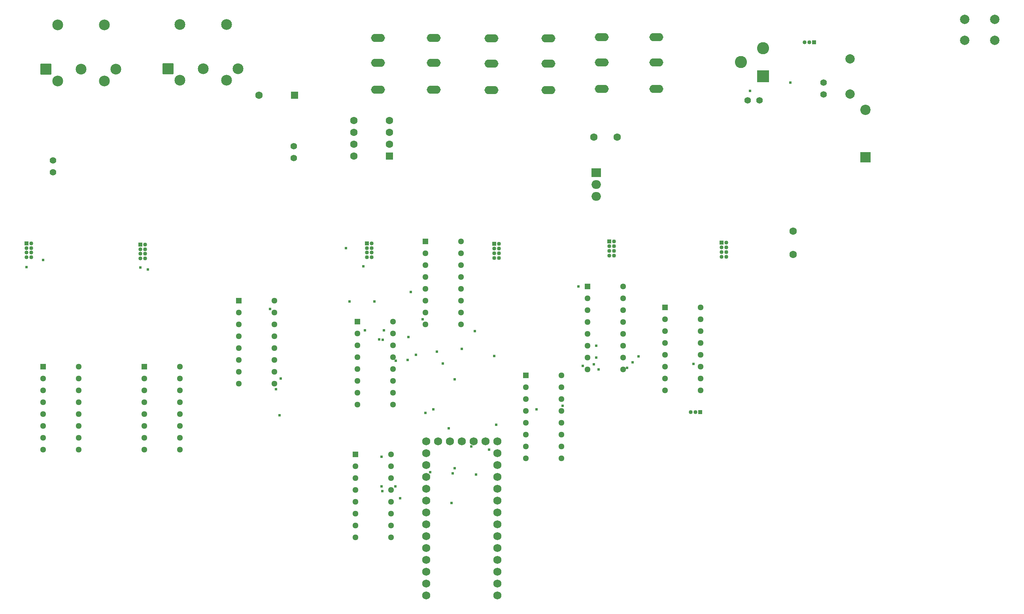
<source format=gbs>
G04 Layer: BottomSolderMaskLayer*
G04 EasyEDA Pro v2.2.35.2, 2025-01-29 23:55:14*
G04 Gerber Generator version 0.3*
G04 Scale: 100 percent, Rotated: No, Reflected: No*
G04 Dimensions in millimeters*
G04 Leading zeros omitted, absolute positions, 4 integers and 5 decimals*
%FSLAX45Y45*%
%MOMM*%
%AMRoundRect*1,1,$1,$2,$3*1,1,$1,$4,$5*1,1,$1,0-$2,0-$3*1,1,$1,0-$4,0-$5*20,1,$1,$2,$3,$4,$5,0*20,1,$1,$4,$5,0-$2,0-$3,0*20,1,$1,0-$2,0-$3,0-$4,0-$5,0*20,1,$1,0-$4,0-$5,$2,$3,0*4,1,4,$2,$3,$4,$5,0-$2,0-$3,0-$4,0-$5,$2,$3,0*%
%ADD10C,2.0*%
%ADD11O,3.008X1.708*%
%ADD12R,1.2954X1.2954*%
%ADD13C,1.2954*%
%ADD14C,1.6*%
%ADD15C,1.4*%
%ADD16R,2.2X2.2*%
%ADD17C,2.2*%
%ADD18R,1.6X1.6*%
%ADD19R,2.6X2.6*%
%ADD20C,2.6*%
%ADD21C,1.734*%
%ADD22RoundRect,0.1874X1.0583X-1.0583X-1.0583X-1.0583*%
%ADD23C,2.304*%
%ADD24R,1.6X1.6*%
%ADD25R,2.0X1.905*%
%ADD26O,2.0X1.905*%
%ADD27R,0.85X0.85*%
%ADD28C,0.85*%
%ADD29R,0.85X0.85*%
%ADD30C,0.61*%
G75*


G04 Pad Start*
G54D10*
G01X21020800Y-266700D03*
G01X20370800Y-266700D03*
G01X21020800Y-716700D03*
G01X20370800Y-716700D03*
G54D11*
G01X10236200Y-676300D03*
G01X10236200Y-1216300D03*
G01X10236200Y-1786300D03*
G54D12*
G01X7327900Y-9588500D03*
G54D13*
G01X7327900Y-9842500D03*
G01X7327900Y-10096500D03*
G01X7327900Y-10350500D03*
G01X7327900Y-10604500D03*
G01X7327900Y-10858500D03*
G01X7327900Y-11112500D03*
G01X7327900Y-11366500D03*
G01X8089900Y-11366500D03*
G01X8089900Y-11112500D03*
G01X8089900Y-10858500D03*
G01X8089900Y-10604500D03*
G01X8089900Y-10350500D03*
G01X8089900Y-10096500D03*
G01X8089900Y-9842500D03*
G01X8089900Y-9588500D03*
G54D10*
G01X17919700Y-1117600D03*
G01X17919700Y-1867600D03*
G54D14*
G01X12928600Y-2794000D03*
G01X12428600Y-2794000D03*
G01X16700500Y-5308600D03*
G01X16700500Y-4808600D03*
G54D15*
G01X6007100Y-3238500D03*
G01X6007100Y-2984500D03*
G54D16*
G01X18249900Y-3225800D03*
G54D17*
G01X18249900Y-2209800D03*
G54D18*
G01X6019800Y-1892300D03*
G54D14*
G01X5257800Y-1892300D03*
G54D19*
G01X16052800Y-1485900D03*
G54D20*
G01X16052800Y-885900D03*
G01X15582800Y-1185900D03*
G54D21*
G01X10363200Y-12357100D03*
G01X10363200Y-12103100D03*
G01X10363200Y-11849100D03*
G01X10363200Y-11595100D03*
G01X9855200Y-9309100D03*
G01X8839200Y-12103100D03*
G01X10363200Y-11341100D03*
G01X10363200Y-11087100D03*
G01X10363200Y-10833100D03*
G01X10363200Y-10579100D03*
G01X10363200Y-10325100D03*
G01X10363200Y-10071100D03*
G01X10363200Y-9817100D03*
G01X10363200Y-9563100D03*
G01X10363200Y-9309100D03*
G01X8839200Y-9309100D03*
G01X8839200Y-9563100D03*
G01X8839200Y-9817100D03*
G01X8839200Y-10071100D03*
G01X8839200Y-10325100D03*
G01X8839200Y-10579100D03*
G01X8839200Y-10833100D03*
G01X8839200Y-11087100D03*
G01X8839200Y-11341100D03*
G01X8839200Y-11595100D03*
G01X8839200Y-11849100D03*
G01X10363200Y-12611100D03*
G01X9601200Y-9309100D03*
G01X8839200Y-12357100D03*
G01X9093200Y-9309100D03*
G01X9347200Y-9309100D03*
G01X10109200Y-9309100D03*
G01X8839200Y-12611100D03*
G54D12*
G01X10972800Y-7899400D03*
G54D13*
G01X10972800Y-8153400D03*
G01X10972800Y-8407400D03*
G01X10972800Y-8661400D03*
G01X10972800Y-8915400D03*
G01X10972800Y-9169400D03*
G01X10972800Y-9423400D03*
G01X10972800Y-9677400D03*
G01X11734800Y-9677400D03*
G01X11734800Y-9423400D03*
G01X11734800Y-9169400D03*
G01X11734800Y-8915400D03*
G01X11734800Y-8661400D03*
G01X11734800Y-8407400D03*
G01X11734800Y-8153400D03*
G01X11734800Y-7899400D03*
G54D22*
G01X3314000Y-1325900D03*
G54D23*
G01X4064000Y-1325900D03*
G01X4814000Y-1325900D03*
G01X3564000Y-1575900D03*
G01X4564000Y-1575900D03*
G01X4564000Y-375900D03*
G01X3564000Y-375900D03*
G54D12*
G01X4826000Y-6299200D03*
G54D13*
G01X4826000Y-6553200D03*
G01X4826000Y-6807200D03*
G01X4826000Y-7061200D03*
G01X4826000Y-7315200D03*
G01X4826000Y-7569200D03*
G01X4826000Y-7823200D03*
G01X4826000Y-8077200D03*
G01X5588000Y-8077200D03*
G01X5588000Y-7823200D03*
G01X5588000Y-7569200D03*
G01X5588000Y-7315200D03*
G01X5588000Y-7061200D03*
G01X5588000Y-6807200D03*
G01X5588000Y-6553200D03*
G01X5588000Y-6299200D03*
G54D12*
G01X7366000Y-6743700D03*
G54D13*
G01X7366000Y-6997700D03*
G01X7366000Y-7251700D03*
G01X7366000Y-7505700D03*
G01X7366000Y-7759700D03*
G01X7366000Y-8013700D03*
G01X7366000Y-8267700D03*
G01X7366000Y-8521700D03*
G01X8128000Y-8521700D03*
G01X8128000Y-8267700D03*
G01X8128000Y-8013700D03*
G01X8128000Y-7759700D03*
G01X8128000Y-7505700D03*
G01X8128000Y-7251700D03*
G01X8128000Y-6997700D03*
G01X8128000Y-6743700D03*
G54D11*
G01X12598400Y-650900D03*
G01X12598400Y-1190900D03*
G01X12598400Y-1760900D03*
G54D12*
G01X2806700Y-7708900D03*
G54D13*
G01X2806700Y-7962900D03*
G01X2806700Y-8216900D03*
G01X2806700Y-8470900D03*
G01X2806700Y-8724900D03*
G01X2806700Y-8978900D03*
G01X2806700Y-9232900D03*
G01X2806700Y-9486900D03*
G01X3568700Y-9486900D03*
G01X3568700Y-9232900D03*
G01X3568700Y-8978900D03*
G01X3568700Y-8724900D03*
G01X3568700Y-8470900D03*
G01X3568700Y-8216900D03*
G01X3568700Y-7962900D03*
G01X3568700Y-7708900D03*
G54D11*
G01X13766800Y-650900D03*
G01X13766800Y-1190900D03*
G01X13766800Y-1760900D03*
G54D15*
G01X17348200Y-1625600D03*
G01X17348200Y-1879600D03*
G54D12*
G01X13957300Y-6438900D03*
G54D13*
G01X13957300Y-6692900D03*
G01X13957300Y-6946900D03*
G01X13957300Y-7200900D03*
G01X13957300Y-7454900D03*
G01X13957300Y-7708900D03*
G01X13957300Y-7962900D03*
G01X13957300Y-8216900D03*
G01X14719300Y-8216900D03*
G01X14719300Y-7962900D03*
G01X14719300Y-7708900D03*
G01X14719300Y-7454900D03*
G01X14719300Y-7200900D03*
G01X14719300Y-6946900D03*
G01X14719300Y-6692900D03*
G01X14719300Y-6438900D03*
G54D24*
G01X8051800Y-3200400D03*
G54D14*
G01X8051800Y-2946400D03*
G01X8051800Y-2692400D03*
G01X8051800Y-2438400D03*
G01X7289800Y-2438400D03*
G01X7289800Y-2692400D03*
G01X7289800Y-2946400D03*
G01X7289800Y-3200400D03*
G54D12*
G01X12293600Y-5994400D03*
G54D13*
G01X12293600Y-6248400D03*
G01X12293600Y-6502400D03*
G01X12293600Y-6756400D03*
G01X12293600Y-7010400D03*
G01X12293600Y-7264400D03*
G01X12293600Y-7518400D03*
G01X12293600Y-7772400D03*
G01X13055600Y-7772400D03*
G01X13055600Y-7518400D03*
G01X13055600Y-7264400D03*
G01X13055600Y-7010400D03*
G01X13055600Y-6756400D03*
G01X13055600Y-6502400D03*
G01X13055600Y-6248400D03*
G01X13055600Y-5994400D03*
G54D12*
G01X635000Y-7708900D03*
G54D13*
G01X635000Y-7962900D03*
G01X635000Y-8216900D03*
G01X635000Y-8470900D03*
G01X635000Y-8724900D03*
G01X635000Y-8978900D03*
G01X635000Y-9232900D03*
G01X635000Y-9486900D03*
G01X1397000Y-9486900D03*
G01X1397000Y-9232900D03*
G01X1397000Y-8978900D03*
G01X1397000Y-8724900D03*
G01X1397000Y-8470900D03*
G01X1397000Y-8216900D03*
G01X1397000Y-7962900D03*
G01X1397000Y-7708900D03*
G54D11*
G01X11455400Y-676300D03*
G01X11455400Y-1216300D03*
G01X11455400Y-1786300D03*
G54D12*
G01X8826500Y-5029200D03*
G54D13*
G01X8826500Y-5283200D03*
G01X8826500Y-5537200D03*
G01X8826500Y-5791200D03*
G01X8826500Y-6045200D03*
G01X8826500Y-6299200D03*
G01X8826500Y-6553200D03*
G01X8826500Y-6807200D03*
G01X9588500Y-6807200D03*
G01X9588500Y-6553200D03*
G01X9588500Y-6299200D03*
G01X9588500Y-6045200D03*
G01X9588500Y-5791200D03*
G01X9588500Y-5537200D03*
G01X9588500Y-5283200D03*
G01X9588500Y-5029200D03*
G54D22*
G01X697800Y-1338600D03*
G54D23*
G01X1447800Y-1338600D03*
G01X2197800Y-1338600D03*
G01X947800Y-1588600D03*
G01X1947800Y-1588600D03*
G01X1947800Y-388600D03*
G01X947800Y-388600D03*
G54D15*
G01X850900Y-3289300D03*
G01X850900Y-3543300D03*
G54D11*
G01X9004300Y-663600D03*
G01X9004300Y-1203600D03*
G01X9004300Y-1773600D03*
G54D25*
G01X12484100Y-3556000D03*
G54D26*
G01X12484100Y-3810000D03*
G01X12484100Y-4064000D03*
G54D11*
G01X7810500Y-663600D03*
G01X7810500Y-1203600D03*
G01X7810500Y-1773600D03*
G54D15*
G01X15722600Y-2006600D03*
G01X15976600Y-2006600D03*
G54D27*
G01X279400Y-5067300D03*
G54D28*
G01X379400Y-5067300D03*
G01X279400Y-5167300D03*
G01X379400Y-5167300D03*
G01X279400Y-5267300D03*
G01X379400Y-5267300D03*
G01X279400Y-5367300D03*
G01X379400Y-5367300D03*
G54D27*
G01X2717800Y-5092700D03*
G54D28*
G01X2817800Y-5092700D03*
G01X2717800Y-5192700D03*
G01X2817800Y-5192700D03*
G01X2717800Y-5292700D03*
G01X2817800Y-5292700D03*
G01X2717800Y-5392700D03*
G01X2817800Y-5392700D03*
G54D27*
G01X7569200Y-5067300D03*
G54D28*
G01X7669200Y-5067300D03*
G01X7569200Y-5167300D03*
G01X7669200Y-5167300D03*
G01X7569200Y-5267300D03*
G01X7669200Y-5267300D03*
G01X7569200Y-5367300D03*
G01X7669200Y-5367300D03*
G54D27*
G01X10299700Y-5080000D03*
G54D28*
G01X10399700Y-5080000D03*
G01X10299700Y-5180000D03*
G01X10399700Y-5180000D03*
G01X10299700Y-5280000D03*
G01X10399700Y-5280000D03*
G01X10299700Y-5380000D03*
G01X10399700Y-5380000D03*
G54D27*
G01X12763500Y-5029200D03*
G54D28*
G01X12863500Y-5029200D03*
G01X12763500Y-5129200D03*
G01X12863500Y-5129200D03*
G01X12763500Y-5229200D03*
G01X12863500Y-5229200D03*
G01X12763500Y-5329200D03*
G01X12863500Y-5329200D03*
G54D27*
G01X15163800Y-5054600D03*
G54D28*
G01X15263800Y-5054600D03*
G01X15163800Y-5154600D03*
G01X15263800Y-5154600D03*
G01X15163800Y-5254600D03*
G01X15263800Y-5254600D03*
G01X15163800Y-5354600D03*
G01X15263800Y-5354600D03*
G54D29*
G01X17145000Y-762000D03*
G54D28*
G01X17045000Y-762000D03*
G01X16945000Y-762000D03*
G54D29*
G01X14706600Y-8686800D03*
G54D28*
G01X14606600Y-8686800D03*
G01X14506600Y-8686800D03*
G04 Pad End*

G04 Via Start*
G54D30*
G01X9906000Y-10020300D03*
G01X10337800Y-8953500D03*
G01X11201400Y-8623300D03*
G01X11760200Y-8547100D03*
G01X7937500Y-6934200D03*
G01X8509000Y-6108700D03*
G01X7531100Y-6934200D03*
G01X5499100Y-6477000D03*
G01X12103100Y-5994400D03*
G01X16637000Y-1625600D03*
G01X9601200Y-7327900D03*
G01X9880600Y-6946900D03*
G01X9448800Y-7983900D03*
G01X9448800Y-9888900D03*
G01X8991600Y-8623300D03*
G01X8280400Y-10528300D03*
G01X8178800Y-10274300D03*
G01X7835900Y-7124700D03*
G01X9321800Y-9029700D03*
G01X635000Y-5422900D03*
G01X279400Y-5575300D03*
G01X2882900Y-5626100D03*
G01X2717800Y-5588000D03*
G01X7126300Y-5167300D03*
G01X7493000Y-5562600D03*
G01X14566900Y-7653400D03*
G01X12534900Y-7772400D03*
G01X9385300Y-10629900D03*
G01X9410700Y-9994900D03*
G01X8928100Y-9969500D03*
G01X10185400Y-9486900D03*
G01X7899400Y-10375900D03*
G01X7886700Y-10274300D03*
G01X5702300Y-8750300D03*
G01X5626100Y-8191500D03*
G01X7200900Y-6311900D03*
G01X7734300Y-6311900D03*
G01X12484100Y-7264400D03*
G01X13385800Y-7493000D03*
G01X5727700Y-7962900D03*
G01X8763000Y-6692900D03*
G01X12484100Y-7518400D03*
G01X13258800Y-7620000D03*
G01X7886700Y-9639300D03*
G01X8826500Y-8699500D03*
G01X10299700Y-7480300D03*
G01X12433300Y-7658100D03*
G01X13144500Y-7734300D03*
G01X8191500Y-7581900D03*
G01X8445500Y-7569200D03*
G01X9194800Y-7645400D03*
G01X9067800Y-7391400D03*
G01X7912100Y-7137400D03*
G01X9804400Y-9423400D03*
G01X8458200Y-7073900D03*
G01X12192000Y-7696200D03*
G01X8623300Y-7454900D03*
G01X15777000Y-1803400D03*
G04 Via End*

M02*


</source>
